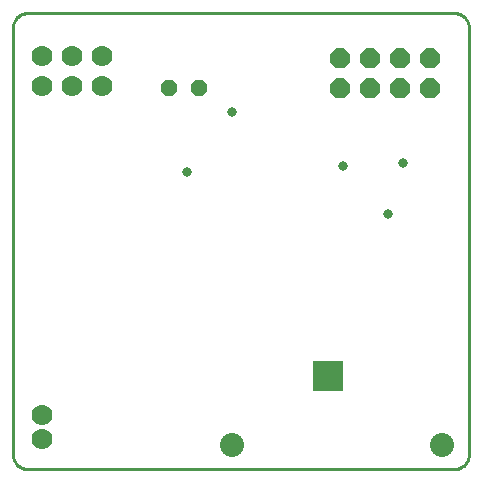
<source format=gbs>
G75*
%MOIN*%
%OFA0B0*%
%FSLAX24Y24*%
%IPPOS*%
%LPD*%
%AMOC8*
5,1,8,0,0,1.08239X$1,22.5*
%
%ADD10C,0.0098*%
%ADD11C,0.0100*%
%ADD12C,0.0700*%
%ADD13OC8,0.0660*%
%ADD14C,0.0800*%
%ADD15OC8,0.0540*%
%ADD16R,0.1000X0.1000*%
%ADD17C,0.0330*%
D10*
X001077Y000600D02*
X015277Y000600D01*
X015777Y001100D02*
X015777Y015300D01*
X015277Y015800D02*
X001077Y015800D01*
X000577Y015300D02*
X000577Y001100D01*
X000579Y001056D01*
X000585Y001013D01*
X000594Y000971D01*
X000607Y000929D01*
X000624Y000889D01*
X000644Y000850D01*
X000667Y000813D01*
X000694Y000779D01*
X000723Y000746D01*
X000756Y000717D01*
X000790Y000690D01*
X000827Y000667D01*
X000866Y000647D01*
X000906Y000630D01*
X000948Y000617D01*
X000990Y000608D01*
X001033Y000602D01*
X001077Y000600D01*
D11*
X015277Y000600D02*
X015321Y000602D01*
X015364Y000608D01*
X015406Y000617D01*
X015448Y000630D01*
X015488Y000647D01*
X015527Y000667D01*
X015564Y000690D01*
X015598Y000717D01*
X015631Y000746D01*
X015660Y000779D01*
X015687Y000813D01*
X015710Y000850D01*
X015730Y000889D01*
X015747Y000929D01*
X015760Y000971D01*
X015769Y001013D01*
X015775Y001056D01*
X015777Y001100D01*
X015777Y015300D02*
X015775Y015344D01*
X015769Y015387D01*
X015760Y015429D01*
X015747Y015471D01*
X015730Y015511D01*
X015710Y015550D01*
X015687Y015587D01*
X015660Y015621D01*
X015631Y015654D01*
X015598Y015683D01*
X015564Y015710D01*
X015527Y015733D01*
X015488Y015753D01*
X015448Y015770D01*
X015406Y015783D01*
X015364Y015792D01*
X015321Y015798D01*
X015277Y015800D01*
X001077Y015800D02*
X001033Y015798D01*
X000990Y015792D01*
X000948Y015783D01*
X000906Y015770D01*
X000866Y015753D01*
X000827Y015733D01*
X000790Y015710D01*
X000756Y015683D01*
X000723Y015654D01*
X000694Y015621D01*
X000667Y015587D01*
X000644Y015550D01*
X000624Y015511D01*
X000607Y015471D01*
X000594Y015429D01*
X000585Y015387D01*
X000579Y015344D01*
X000577Y015300D01*
D12*
X001557Y014379D03*
X002557Y014379D03*
X003557Y014379D03*
X003557Y013379D03*
X002557Y013379D03*
X001557Y013379D03*
X001560Y002394D03*
X001560Y001606D03*
D13*
X011477Y013300D03*
X012477Y013300D03*
X013477Y013300D03*
X014477Y013300D03*
X014477Y014300D03*
X013477Y014300D03*
X012477Y014300D03*
X011477Y014300D03*
D14*
X014877Y001400D03*
X007877Y001400D03*
D15*
X006777Y013300D03*
X005777Y013300D03*
D16*
X011077Y003700D03*
D17*
X013077Y009100D03*
X011577Y010700D03*
X013577Y010800D03*
X007877Y012500D03*
X006377Y010500D03*
M02*

</source>
